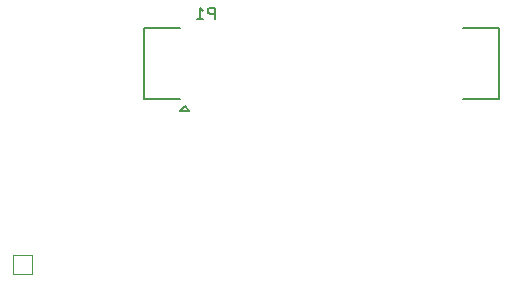
<source format=gbo>
G04 #@! TF.GenerationSoftware,KiCad,Pcbnew,5.1.4-e60b266~84~ubuntu18.04.1*
G04 #@! TF.CreationDate,2019-09-22T16:17:36+02:00*
G04 #@! TF.ProjectId,Mezz2,4d657a7a-322e-46b6-9963-61645f706362,2*
G04 #@! TF.SameCoordinates,Original*
G04 #@! TF.FileFunction,Legend,Bot*
G04 #@! TF.FilePolarity,Positive*
%FSLAX46Y46*%
G04 Gerber Fmt 4.6, Leading zero omitted, Abs format (unit mm)*
G04 Created by KiCad (PCBNEW 5.1.4-e60b266~84~ubuntu18.04.1) date 2019-09-22 16:17:36*
%MOMM*%
%LPD*%
G04 APERTURE LIST*
%ADD10C,0.152400*%
%ADD11C,0.100000*%
%ADD12C,0.150000*%
G04 APERTURE END LIST*
D10*
X86942000Y-98653000D02*
X86142000Y-98653000D01*
X86542000Y-98253000D02*
X86942000Y-98653000D01*
X86142000Y-98653000D02*
X86542000Y-98253000D01*
X83142000Y-97653000D02*
X86142000Y-97653000D01*
X83142000Y-91653000D02*
X86142000Y-91653000D01*
X113142000Y-91653000D02*
X110142000Y-91653000D01*
X113142000Y-97653000D02*
X110142000Y-97653000D01*
X113142000Y-97653000D02*
X113142000Y-91653000D01*
X83142000Y-97653000D02*
X83142000Y-91653000D01*
D11*
X72000000Y-110830000D02*
X72000000Y-112430000D01*
X73600000Y-112430000D01*
X73600000Y-110830000D01*
X72000000Y-110830000D01*
D12*
X89080095Y-90905380D02*
X89080095Y-89905380D01*
X88699142Y-89905380D01*
X88603904Y-89953000D01*
X88556285Y-90000619D01*
X88508666Y-90095857D01*
X88508666Y-90238714D01*
X88556285Y-90333952D01*
X88603904Y-90381571D01*
X88699142Y-90429190D01*
X89080095Y-90429190D01*
X87556285Y-90905380D02*
X88127714Y-90905380D01*
X87842000Y-90905380D02*
X87842000Y-89905380D01*
X87937238Y-90048238D01*
X88032476Y-90143476D01*
X88127714Y-90191095D01*
M02*

</source>
